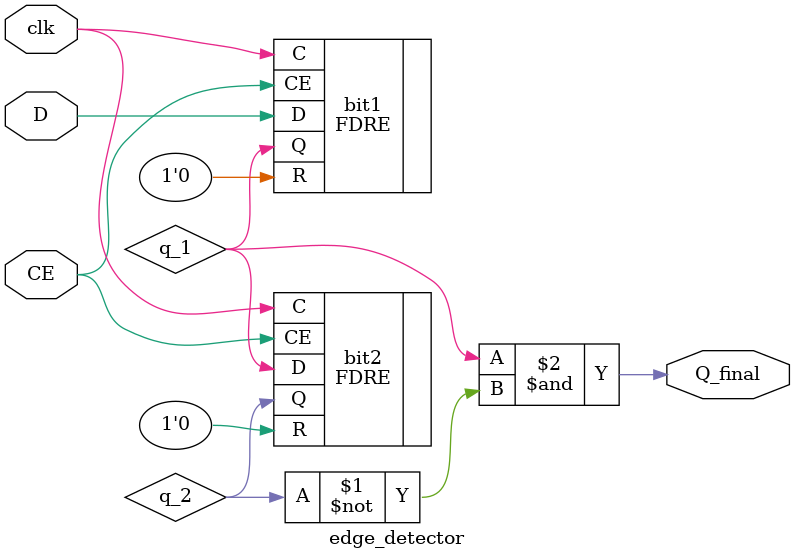
<source format=v>
`timescale 1ns / 1ps


module edge_detector(
    input D,
    input clk,
    input CE,
    output Q_final
    );
    
    wire q_1, q_2;
    
    FDRE #(.INIT(1'b0) ) bit1 (.C(clk), .R(1'b0), .CE(CE), .D(D), .Q(q_1));
    FDRE #(.INIT(1'b0) ) bit2 (.C(clk), .R(1'b0), .CE(CE), .D(q_1), .Q(q_2));
    
    assign Q_final = q_1 & ~q_2;
    
    
endmodule

</source>
